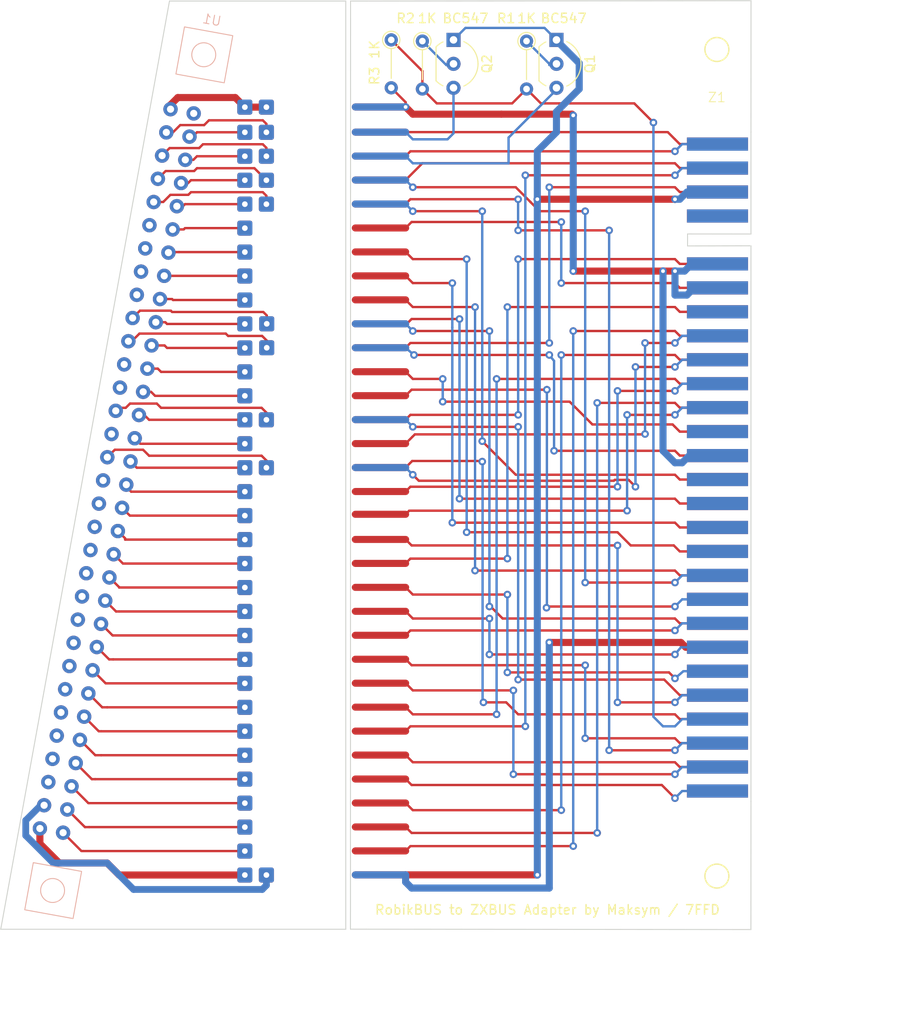
<source format=kicad_pcb>
(kicad_pcb (version 20221018) (generator pcbnew)
  (layers (0 "F.Cu" signal) (31 "B.Cu" signal) (34 "B.Paste" user) (35 "F.Paste" user) (36 "B.SilkS" user "B.Silkscreen") (37 "F.SilkS" user "F.Silkscreen") (38 "B.Mask" user) (39 "F.Mask" user) (44 "Edge.Cuts" user))
  (net 0 "")
  (net 1 "/+5V")
  (net 2 "Net-(Q1-B)")
  (net 3 "Net-(Q1-E)")
  (net 4 "Net-(Q2-B)")
  (net 5 "Net-(Q2-E)")
  (net 6 "/GND")
  (net 7 "/{slash}ROMCS")
  (net 8 "/+12V")
  (net 23 "/A1")
  (net 25 "/{slash}M1")
  (net 28 "/{slash}NMI")
  (net 29 "/{slash}WAIT")
  (net 34 "/{slash}HALT")
  (net 35 "/{slash}BUSRQ")
  (net 36 "/D6")
  (net 37 "/D4")
  (net 38 "/D5")
  (net 39 "/A11")
  (net 40 "/A10")
  (net 41 "/A12")
  (net 42 "/D3")
  (net 43 "/A9")
  (net 44 "/A8")
  (net 45 "/A7")
  (net 46 "/A6")
  (net 47 "/A5")
  (net 48 "/D2")
  (net 49 "/A4")
  (net 50 "/A3")
  (net 51 "/A2")
  (net 52 "/{slash}RFSH")
  (net 53 "/A0")
  (net 54 "/D0")
  (net 55 "/{slash}RES")
  (net 56 "/{slash}INT")
  (net 57 "/D7")
  (net 58 "/{slash}MREQ")
  (net 59 "/{slash}WR")
  (net 60 "/{slash}IORQ")
  (net 61 "/{slash}RD")
  (net 62 "/D1")
  (net 63 "/{slash}BUSACK")
  (net 64 "/A13")
  (net 65 "/A14")
  (net 66 "/A15")
  (footprint "RobikBUS:SolderWire-0.1sqmm_1x01_D0.4mm_OD1mm" (layer "F.Cu") (at 99.785 117.999)
    (fp_text reference "REF**" hide)
    (fp_text value "SolderWire-0.1sqmm_1x01_D0.4mm_OD1mm" hide)
  )
  (footprint "Resistor_THT:R_Axial_DIN0204_L3.6mm_D1.6mm_P5.08mm_Vertical" (layer "F.Cu") (at 129.667 44.831 -90)
    (fp_text reference "R1")
    (fp_text value "1K")
  )
  (footprint "RobikBUS:SolderWire-0.1sqmm_1x01_D0.4mm_OD1mm" (layer "F.Cu") (at 99.785 92.599)
    (fp_text reference "REF**" hide)
    (fp_text value "SolderWire-0.1sqmm_1x01_D0.4mm_OD1mm" hide)
  )
  (footprint "RobikBUS:SolderWire-0.1sqmm_1x01_D0.4mm_OD1mm" (layer "F.Cu") (at 99.785 57.039)
    (fp_text reference "REF**" hide)
    (fp_text value "SolderWire-0.1sqmm_1x01_D0.4mm_OD1mm" hide)
  )
  (footprint "RobikBUS:SolderWire-0.1sqmm_1x01_D0.4mm_OD1mm" (layer "F.Cu") (at 102.108 74.803)
    (fp_text reference "REF**" hide)
    (fp_text value "SolderWire-0.1sqmm_1x01_D0.4mm_OD1mm" hide)
  )
  (footprint "RobikBUS:SolderWire-0.1sqmm_1x01_D0.4mm_OD1mm" (layer "F.Cu") (at 102.071 133.239)
    (fp_text reference "REF**" hide)
    (fp_text value "SolderWire-0.1sqmm_1x01_D0.4mm_OD1mm" hide)
  )
  (footprint "RobikBUS:SolderWire-0.1sqmm_1x01_D0.4mm_OD1mm" (layer "F.Cu") (at 99.785 115.459)
    (fp_text reference "REF**" hide)
    (fp_text value "SolderWire-0.1sqmm_1x01_D0.4mm_OD1mm" hide)
  )
  (footprint "RobikBUS:SolderWire-0.1sqmm_1x01_D0.4mm_OD1mm" (layer "F.Cu") (at 99.785 102.759)
    (fp_text reference "REF**" hide)
    (fp_text value "SolderWire-0.1sqmm_1x01_D0.4mm_OD1mm" hide)
  )
  (footprint "RobikBUS:SolderWire-0.1sqmm_1x01_D0.4mm_OD1mm" (layer "F.Cu") (at 99.785 125.619)
    (fp_text reference "REF**" hide)
    (fp_text value "SolderWire-0.1sqmm_1x01_D0.4mm_OD1mm" hide)
  )
  (footprint "RobikBUS:SolderWire-0.1sqmm_1x01_D0.4mm_OD1mm" (layer "F.Cu") (at 99.785 62.119)
    (fp_text reference "REF**" hide)
    (fp_text value "SolderWire-0.1sqmm_1x01_D0.4mm_OD1mm" hide)
  )
  (footprint "Package_TO_SOT_THT:TO-92_Inline_Wide" (layer "F.Cu") (at 121.92 44.704 -90)
    (fp_text reference "Q2")
    (fp_text value "BC547")
  )
  (footprint "RobikBUS:SolderWire-0.1sqmm_1x01_D0.4mm_OD1mm" (layer "F.Cu") (at 99.785 107.839)
    (fp_text reference "REF**" hide)
    (fp_text value "SolderWire-0.1sqmm_1x01_D0.4mm_OD1mm" hide)
  )
  (footprint "RobikBUS:ZXBUS" (layer "F.Cu") (at 149.925 48.133)
    (fp_text reference "Z1")
    (fp_text value "ZXBUS")
    (fp_line (start -3.175 17.145) (end -3.175 18.415) (stroke (width 0.1)) (layer "Edge.Cuts"))
    (fp_line (start -3.175 18.415) (end 3.55 18.4) (stroke (width 0.1)) (layer "Edge.Cuts"))
    (fp_line (start 3.55 6.35) (end 3.55 17.15) (stroke (width 0.1)) (layer "Edge.Cuts"))
    (fp_line (start 3.55 17.15) (end -3.175 17.145) (stroke (width 0.1)) (layer "Edge.Cuts"))
    (fp_line (start 3.55 18.4) (end 3.55 77.3) (stroke (width 0.1)) (layer "Edge.Cuts"))
  )
  (footprint "RobikBUS:SolderWire-0.1sqmm_1x01_D0.4mm_OD1mm" (layer "F.Cu") (at 102.108 77.343)
    (fp_text reference "REF**" hide)
    (fp_text value "SolderWire-0.1sqmm_1x01_D0.4mm_OD1mm" hide)
  )
  (footprint "RobikBUS:SolderWire-0.1sqmm_1x01_D0.4mm_OD1mm" (layer "F.Cu") (at 99.785 82.439)
    (fp_text reference "REF**" hide)
    (fp_text value "SolderWire-0.1sqmm_1x01_D0.4mm_OD1mm" hide)
  )
  (footprint "RobikBUS:SolderWire-0.1sqmm_1x01_D0.4mm_OD1mm" (layer "F.Cu") (at 99.785 133.239)
    (fp_text reference "REF**" hide)
    (fp_text value "SolderWire-0.1sqmm_1x01_D0.4mm_OD1mm" hide)
  )
  (footprint "RobikBUS:SolderWire-0.1sqmm_1x01_D0.4mm_OD1mm" (layer "F.Cu") (at 99.785 105.299)
    (fp_text reference "REF**" hide)
    (fp_text value "SolderWire-0.1sqmm_1x01_D0.4mm_OD1mm" hide)
  )
  (footprint "RobikBUS:SolderWire-0.1sqmm_1x01_D0.4mm_OD1mm" (layer "F.Cu") (at 99.785 95.139)
    (fp_text reference "REF**" hide)
    (fp_text value "SolderWire-0.1sqmm_1x01_D0.4mm_OD1mm" hide)
  )
  (footprint "RobikBUS:SolderWire-0.1sqmm_1x01_D0.4mm_OD1mm" (layer "F.Cu") (at 99.785 51.832)
    (fp_text reference "REF**" hide)
    (fp_text value "SolderWire-0.1sqmm_1x01_D0.4mm_OD1mm" hide)
  )
  (footprint "RobikBUS:SolderWire-0.1sqmm_1x01_D0.4mm_OD1mm" (layer "F.Cu") (at 99.785 59.579)
    (fp_text reference "REF**" hide)
    (fp_text value "SolderWire-0.1sqmm_1x01_D0.4mm_OD1mm" hide)
  )
  (footprint "RobikBUS:SolderWire-0.1sqmm_1x01_D0.4mm_OD1mm" (layer "F.Cu") (at 102.071 54.499)
    (fp_text reference "REF**" hide)
    (fp_text value "SolderWire-0.1sqmm_1x01_D0.4mm_OD1mm" hide)
  )
  (footprint "RobikBUS:SolderWire-0.1sqmm_1x01_D0.4mm_OD1mm" (layer "F.Cu") (at 102.071 62.119)
    (fp_text reference "REF**" hide)
    (fp_text value "SolderWire-0.1sqmm_1x01_D0.4mm_OD1mm" hide)
  )
  (footprint "RobikBUS:SolderWire-0.1sqmm_1x01_D0.4mm_OD1mm" (layer "F.Cu") (at 99.785 128.159)
    (fp_text reference "REF**" hide)
    (fp_text value "SolderWire-0.1sqmm_1x01_D0.4mm_OD1mm" hide)
  )
  (footprint "RobikBUS:SolderWire-0.1sqmm_1x01_D0.4mm_OD1mm" (layer "F.Cu") (at 99.785 84.979)
    (fp_text reference "REF**" hide)
    (fp_text value "SolderWire-0.1sqmm_1x01_D0.4mm_OD1mm" hide)
  )
  (footprint "Resistor_THT:R_Axial_DIN0204_L3.6mm_D1.6mm_P5.08mm_Vertical" (layer "F.Cu") (at 115.316 44.704 -90)
    (fp_text reference "R3")
    (fp_text value "1K")
  )
  (footprint "RobikBUS:SolderWire-0.1sqmm_1x01_D0.4mm_OD1mm" (layer "F.Cu") (at 99.785 69.739)
    (fp_text reference "REF**" hide)
    (fp_text value "SolderWire-0.1sqmm_1x01_D0.4mm_OD1mm" hide)
  )
  (footprint "RobikBUS:SolderWire-0.1sqmm_1x01_D0.4mm_OD1mm" (layer "F.Cu") (at 99.785 79.899)
    (fp_text reference "REF**" hide)
    (fp_text value "SolderWire-0.1sqmm_1x01_D0.4mm_OD1mm" hide)
  )
  (footprint "RobikBUS:SolderWire-0.1sqmm_1x01_D0.4mm_OD1mm" (layer "F.Cu") (at 99.785 120.539)
    (fp_text reference "REF**" hide)
    (fp_text value "SolderWire-0.1sqmm_1x01_D0.4mm_OD1mm" hide)
  )
  (footprint "Package_TO_SOT_THT:TO-92_Inline_Wide" (layer "F.Cu") (at 132.842 44.704 -90)
    (fp_text reference "Q1")
    (fp_text value "BC547")
  )
  (footprint "RobikBUS:SolderWire-0.1sqmm_1x01_D0.4mm_OD1mm" (layer "F.Cu") (at 102.071 84.979)
    (fp_text reference "REF**" hide)
    (fp_text value "SolderWire-0.1sqmm_1x01_D0.4mm_OD1mm" hide)
  )
  (footprint "RobikBUS:SolderWire-0.1sqmm_1x01_D0.4mm_OD1mm" (layer "F.Cu") (at 102.071 51.832)
    (fp_text reference "REF**" hide)
    (fp_text value "SolderWire-0.1sqmm_1x01_D0.4mm_OD1mm" hide)
  )
  (footprint "Resistor_THT:R_Axial_DIN0204_L3.6mm_D1.6mm_P5.08mm_Vertical" (layer "F.Cu") (at 118.618 44.831 -90)
    (fp_text reference "R2")
    (fp_text value "1K")
  )
  (footprint "RobikBUS:SolderWire-0.1sqmm_1x01_D0.4mm_OD1mm" (layer "F.Cu") (at 99.785 67.199)
    (fp_text reference "REF**" hide)
    (fp_text value "SolderWire-0.1sqmm_1x01_D0.4mm_OD1mm" hide)
  )
  (footprint "RobikBUS:SolderWire-0.1sqmm_1x01_D0.4mm_OD1mm" (layer "F.Cu") (at 99.785 110.379)
    (fp_text reference "REF**" hide)
    (fp_text value "SolderWire-0.1sqmm_1x01_D0.4mm_OD1mm" hide)
  )
  (footprint "RobikBUS:SolderWire-0.1sqmm_1x01_D0.4mm_OD1mm" (layer "F.Cu") (at 99.785 97.679)
    (fp_text reference "REF**" hide)
    (fp_text value "SolderWire-0.1sqmm_1x01_D0.4mm_OD1mm" hide)
  )
  (footprint "RobikBUS:SolderWire-0.1sqmm_1x01_D0.4mm_OD1mm" (layer "F.Cu") (at 99.785 100.219)
    (fp_text reference "REF**" hide)
    (fp_text value "SolderWire-0.1sqmm_1x01_D0.4mm_OD1mm" hide)
  )
  (footprint "RobikBUS:SolderWire-0.1sqmm_1x01_D0.4mm_OD1mm" (layer "F.Cu") (at 99.785 72.279)
    (fp_text reference "REF**" hide)
    (fp_text value "SolderWire-0.1sqmm_1x01_D0.4mm_OD1mm" hide)
  )
  (footprint "RobikBUS:SolderWire-0.1sqmm_1x01_D0.4mm_OD1mm" (layer "F.Cu") (at 99.785 64.659)
    (fp_text reference "REF**" hide)
    (fp_text value "SolderWire-0.1sqmm_1x01_D0.4mm_OD1mm" hide)
  )
  (footprint "RobikBUS:SolderWire-0.1sqmm_1x01_D0.4mm_OD1mm" (layer "F.Cu") (at 99.785 77.359)
    (fp_text reference "REF**" hide)
    (fp_text value "SolderWire-0.1sqmm_1x01_D0.4mm_OD1mm" hide)
  )
  (footprint "RobikBUS:SolderWire-0.1sqmm_1x01_D0.4mm_OD1mm" (layer "F.Cu") (at 99.785 90.059)
    (fp_text reference "REF**" hide)
    (fp_text value "SolderWire-0.1sqmm_1x01_D0.4mm_OD1mm" hide)
  )
  (footprint "RobikBUS:SolderWire-0.1sqmm_1x01_D0.4mm_OD1mm" (layer "F.Cu") (at 99.785 123.079)
    (fp_text reference "REF**" hide)
    (fp_text value "SolderWire-0.1sqmm_1x01_D0.4mm_OD1mm" hide)
  )
  (footprint "RobikBUS:SolderWire-0.1sqmm_1x01_D0.4mm_OD1mm" (layer "F.Cu") (at 99.785 112.919)
    (fp_text reference "REF**" hide)
    (fp_text value "SolderWire-0.1sqmm_1x01_D0.4mm_OD1mm" hide)
  )
  (footprint "RobikBUS:SolderWire-0.1sqmm_1x01_D0.4mm_OD1mm" (layer "F.Cu") (at 102.071 59.579)
    (fp_text reference "REF**" hide)
    (fp_text value "SolderWire-0.1sqmm_1x01_D0.4mm_OD1mm" hide)
  )
  (footprint "RobikBUS:SolderWire-0.1sqmm_1x01_D0.4mm_OD1mm" (layer "F.Cu") (at 99.785 74.819)
    (fp_text reference "REF**" hide)
    (fp_text value "SolderWire-0.1sqmm_1x01_D0.4mm_OD1mm" hide)
  )
  (footprint "RobikBUS:SolderWire-0.1sqmm_1x01_D0.4mm_OD1mm" (layer "F.Cu") (at 99.785 130.699)
    (fp_text reference "REF**" hide)
    (fp_text value "SolderWire-0.1sqmm_1x01_D0.4mm_OD1mm" hide)
  )
  (footprint "RobikBUS:SolderWire-0.1sqmm_1x01_D0.4mm_OD1mm" (layer "F.Cu") (at 102.071 90.059)
    (fp_text reference "REF**" hide)
    (fp_text value "SolderWire-0.1sqmm_1x01_D0.4mm_OD1mm" hide)
  )
  (footprint "RobikBUS:SolderWire-0.1sqmm_1x01_D0.4mm_OD1mm" (layer "F.Cu") (at 99.785 87.519)
    (fp_text reference "REF**" hide)
    (fp_text value "SolderWire-0.1sqmm_1x01_D0.4mm_OD1mm" hide)
  )
  (footprint "RobikBUS:SolderWire-0.1sqmm_1x01_D0.4mm_OD1mm" (layer "F.Cu") (at 99.785 54.499)
    (fp_text reference "REF**" hide)
    (fp_text value "SolderWire-0.1sqmm_1x01_D0.4mm_OD1mm" hide)
  )
  (footprint "RobikBUS:SolderWire-0.1sqmm_1x01_D0.4mm_OD1mm" (layer "F.Cu") (at 102.071 57.039)
    (fp_text reference "REF**" hide)
    (fp_text value "SolderWire-0.1sqmm_1x01_D0.4mm_OD1mm" hide)
  )
  (footprint "RobikBUS:RobikBUS_VERT" (layer "B.Cu") (at 95.4265 46.279 -100.3)
    (fp_text reference "U1")
    (fp_text value "RobikBUS")
  )
  (gr_circle (center 149.86 133.35) (end 148.59 133.35) (stroke (width 0.15)) (fill none) (layer "F.SilkS"))
  (gr_circle (center 149.86 45.72) (end 148.59 45.72) (stroke (width 0.15)) (fill none) (layer "F.SilkS"))
  (gr_line (start 111 40.59) (end 153.48 40.55) (stroke (width 0.1)) (layer "Edge.Cuts"))
  (gr_line (start 153.48 40.55) (end 153.475 54.483) (stroke (width 0.1)) (layer "Edge.Cuts"))
  (gr_line (start 153.475 125.433) (end 153.47 139.02) (stroke (width 0.1)) (layer "Edge.Cuts"))
  (gr_line (start 110.49 40.589) (end 91.79 40.589) (stroke (width 0.1)) (layer "Edge.Cuts"))
  (gr_line (start 91.79 40.589) (end 73.89 138.989) (stroke (width 0.1)) (layer "Edge.Cuts"))
  (gr_line (start 110.49 40.589) (end 110.49 138.989) (stroke (width 0.1)) (layer "Edge.Cuts"))
  (gr_line (start 110.49 138.989) (end 73.89 138.989) (stroke (width 0.1)) (layer "Edge.Cuts"))
  (gr_line (start 111 40.59) (end 110.99 138.98) (stroke (width 0.1)) (layer "Edge.Cuts"))
  (gr_line (start 110.99 138.98) (end 153.47 139.02) (stroke (width 0.1)) (layer "Edge.Cuts"))
  (gr_text "RobikBUS to ZXBUS Adapter by Maksym / 7FFD" (at 113.5 137.51) (layer "F.SilkS") (effects (font (size 1 1)) (justify left bottom)))
  (segment (start 85.18 131.969) (end 86.45 133.239) (width 0.75) (layer "F.Cu") (net 1))
  (segment (start 78.04385 129.91285) (end 80.1 131.969) (width 0.75) (layer "F.Cu") (net 1))
  (segment (start 86.45 133.239) (end 99.785 133.239) (width 0.75) (layer "F.Cu") (net 1))
  (segment (start 78.04385 128.302753) (end 78.04385 129.91285) (width 0.75) (layer "F.Cu") (net 1))
  (segment (start 80.1 131.969) (end 85.18 131.969) (width 0.75) (layer "F.Cu") (net 1))
  (segment (start 111.506 133.223) (end 116.84 133.223) (width 0.75) (layer "F.Cu") (net 1))
  (segment (start 116.84 133.223) (end 130.81 133.223) (width 0.75) (layer "F.Cu") (net 1))
  (segment (start 145.415 61.595) (end 130.81 61.595) (width 0.75) (layer "F.Cu") (net 1))
  (via (at 130.81 133.223) (size 0.8) (drill 0.4) (layers "F.Cu" "B.Cu") (net 1))
  (via (at 145.415 61.595) (size 0.8) (drill 0.4) (layers "F.Cu" "B.Cu") (net 1))
  (via (at 130.81 61.595) (size 0.8) (drill 0.4) (layers "F.Cu" "B.Cu") (net 1))
  (segment (start 145.923 61.595) (end 146.685 60.833) (width 0.75) (layer "B.Cu") (net 1))
  (segment (start 132.842 44.704) (end 131.572 43.434) (width 0.25) (layer "B.Cu") (net 1))
  (segment (start 131.572 43.434) (end 123.19 43.434) (width 0.25) (layer "B.Cu") (net 1))
  (segment (start 132.842 52.324) (end 135.255 49.911) (width 0.75) (layer "B.Cu") (net 1))
  (segment (start 135.255 47.173) (end 132.913 44.831) (width 0.75) (layer "B.Cu") (net 1))
  (segment (start 145.415 61.595) (end 145.923 61.595) (width 0.75) (layer "B.Cu") (net 1))
  (segment (start 123.19 43.434) (end 121.92 44.704) (width 0.25) (layer "B.Cu") (net 1))
  (segment (start 135.255 49.911) (end 135.255 47.173) (width 0.75) (layer "B.Cu") (net 1))
  (segment (start 132.842 54.483) (end 132.842 52.324) (width 0.75) (layer "B.Cu") (net 1))
  (segment (start 130.81 61.595) (end 130.81 133.223) (width 0.75) (layer "B.Cu") (net 1))
  (segment (start 130.81 61.595) (end 130.81 56.515) (width 0.75) (layer "B.Cu") (net 1))
  (segment (start 146.685 60.833) (end 149.925 60.833) (width 0.25) (layer "B.Cu") (net 1))
  (segment (start 130.81 56.515) (end 132.842 54.483) (width 0.75) (layer "B.Cu") (net 1))
  (segment (start 132.207 47.371) (end 132.913 47.371) (width 0.25) (layer "B.Cu") (net 2))
  (segment (start 132.08 47.371) (end 132.913 47.371) (width 0.25) (layer "B.Cu") (net 2))
  (segment (start 129.667 44.831) (end 132.207 47.371) (width 0.25) (layer "B.Cu") (net 2))
  (segment (start 94.9336 56.1754) (end 95.34 55.769) (width 0.25) (layer "F.Cu") (net 3))
  (segment (start 101.69 55.769) (end 102.071 56.15) (width 0.25) (layer "F.Cu") (net 3))
  (segment (start 91.007011 56.971088) (end 91.802699 56.1754) (width 0.25) (layer "F.Cu") (net 3))
  (segment (start 95.34 55.769) (end 101.69 55.769) (width 0.25) (layer "F.Cu") (net 3))
  (segment (start 102.071 56.15) (end 102.071 57.039) (width 0.25) (layer "F.Cu") (net 3))
  (segment (start 91.802699 56.1754) (end 94.9336 56.1754) (width 0.25) (layer "F.Cu") (net 3))
  (segment (start 127.762 57.785) (end 127.762 55.062) (width 0.25) (layer "B.Cu") (net 3))
  (segment (start 117.602 57.785) (end 127.762 57.785) (width 0.25) (layer "B.Cu") (net 3))
  (segment (start 111.506 57.023) (end 116.84 57.023) (width 0.75) (layer "B.Cu") (net 3))
  (segment (start 116.84 57.023) (end 117.602 57.785) (width 0.25) (layer "B.Cu") (net 3))
  (segment (start 127.762 55.062) (end 132.913 49.911) (width 0.25) (layer "B.Cu") (net 3))
  (segment (start 121.158 47.371) (end 121.92 47.371) (width 0.25) (layer "B.Cu") (net 4))
  (segment (start 118.618 44.831) (end 121.158 47.371) (width 0.25) (layer "B.Cu") (net 4))
  (segment (start 95.467 53.737) (end 95.975 53.229) (width 0.25) (layer "F.Cu") (net 5))
  (segment (start 91.454017 54.511376) (end 92.152624 54.511376) (width 0.25) (layer "F.Cu") (net 5))
  (segment (start 92.927 53.737) (end 95.467 53.737) (width 0.25) (layer "F.Cu") (net 5))
  (segment (start 102.071 53.61) (end 102.071 54.499) (width 0.25) (layer "F.Cu") (net 5))
  (segment (start 95.975 53.229) (end 101.69 53.229) (width 0.25) (layer "F.Cu") (net 5))
  (segment (start 92.152624 54.511376) (end 92.927 53.737) (width 0.25) (layer "F.Cu") (net 5))
  (segment (start 101.69 53.229) (end 102.071 53.61) (width 0.25) (layer "F.Cu") (net 5))
  (segment (start 111.506 54.483) (end 116.84 54.483) (width 0.75) (layer "B.Cu") (net 5))
  (segment (start 117.602 55.245) (end 116.84 54.483) (width 0.25) (layer "B.Cu") (net 5))
  (segment (start 121.92 54.61) (end 121.285 55.245) (width 0.25) (layer "B.Cu") (net 5))
  (segment (start 121.285 55.245) (end 117.602 55.245) (width 0.25) (layer "B.Cu") (net 5))
  (segment (start 121.285 49.911) (end 121.92 49.911) (width 0.25) (layer "B.Cu") (net 5))
  (segment (start 121.92 49.911) (end 121.92 54.61) (width 0.25) (layer "B.Cu") (net 5))
  (segment (start 134.493 52.578) (end 134.62 52.705) (width 0.75) (layer "F.Cu") (net 6))
  (segment (start 127 52.578) (end 134.493 52.578) (width 0.75) (layer "F.Cu") (net 6))
  (segment (start 144.145 69.215) (end 134.62 69.215) (width 0.75) (layer "F.Cu") (net 6))
  (segment (start 145.415 69.215) (end 144.145 69.215) (width 0.75) (layer "F.Cu") (net 6))
  (segment (start 116.84 51.816) (end 117.602 52.578) (width 0.75) (layer "F.Cu") (net 6))
  (segment (start 98.769 50.816) (end 99.785 51.832) (width 0.75) (layer "F.Cu") (net 6))
  (segment (start 99.785 51.832) (end 102.071 51.832) (width 0.75) (layer "F.Cu") (net 6))
  (segment (start 115.316 49.784) (end 116.84 51.308) (width 0.25) (layer "F.Cu") (net 6))
  (segment (start 92.673 50.816) (end 98.769 50.816) (width 0.75) (layer "F.Cu") (net 6))
  (segment (start 91.901022 52.051663) (end 91.901022 51.587978) (width 0.75) (layer "F.Cu") (net 6))
  (segment (start 111.506 51.816) (end 116.84 51.816) (width 0.75) (layer "F.Cu") (net 6))
  (segment (start 117.602 52.578) (end 127 52.578) (width 0.75) (layer "F.Cu") (net 6))
  (segment (start 116.84 51.308) (end 116.84 51.816) (width 0.25) (layer "F.Cu") (net 6))
  (segment (start 91.901022 51.587978) (end 92.673 50.816) (width 0.75) (layer "F.Cu") (net 6))
  (via (at 134.62 69.215) (size 0.8) (drill 0.4) (layers "F.Cu" "B.Cu") (net 6))
  (via (at 145.415 69.215) (size 0.8) (drill 0.4) (layers "F.Cu" "B.Cu") (net 6))
  (via (at 134.62 52.705) (size 0.8) (drill 0.4) (layers "F.Cu" "B.Cu") (net 6))
  (via (at 144.145 69.215) (size 0.8) (drill 0.4) (layers "F.Cu" "B.Cu") (net 6))
  (via (at 116.84 51.816) (size 0.8) (drill 0.4) (layers "F.Cu" "B.Cu") (net 6))
  (segment (start 144.145 88.265) (end 145.415 89.535) (width 0.75) (layer "B.Cu") (net 6))
  (segment (start 147.32 70.993) (end 149.925 70.993) (width 0.75) (layer "B.Cu") (net 6))
  (segment (start 149.925 70.993) (end 147.447 70.993) (width 0.25) (layer "B.Cu") (net 6))
  (segment (start 144.145 69.215) (end 144.145 88.265) (width 0.75) (layer "B.Cu") (net 6))
  (segment (start 149.925 68.453) (end 147.193 68.453) (width 0.25) (layer "B.Cu") (net 6))
  (segment (start 111.506 51.816) (end 116.84 51.816) (width 0.75) (layer "B.Cu") (net 6))
  (segment (start 146.685 71.755) (end 145.415 71.755) (width 0.75) (layer "B.Cu") (net 6))
  (segment (start 146.939 88.773) (end 146.177 89.535) (width 0.75) (layer "B.Cu") (net 6))
  (segment (start 146.431 69.215) (end 145.415 69.215) (width 0.75) (layer "B.Cu") (net 6))
  (segment (start 145.415 69.215) (end 145.415 71.755) (width 0.75) (layer "B.Cu") (net 6))
  (segment (start 147.447 70.993) (end 146.685 71.755) (width 0.75) (layer "B.Cu") (net 6))
  (segment (start 147.193 68.453) (end 146.431 69.215) (width 0.75) (layer "B.Cu") (net 6))
  (segment (start 149.925 88.773) (end 146.939 88.773) (width 0.25) (layer "B.Cu") (net 6))
  (segment (start 134.62 69.215) (end 134.62 52.705) (width 0.75) (layer "B.Cu") (net 6))
  (segment (start 146.177 89.535) (end 145.415 89.535) (width 0.75) (layer "B.Cu") (net 6))
  (segment (start 128.143 51.435) (end 129.667 49.911) (width 0.25) (layer "F.Cu") (net 7))
  (segment (start 129.667 49.911) (end 131.191 51.435) (width 0.25) (layer "F.Cu") (net 7))
  (segment (start 120.142 51.435) (end 128.143 51.435) (width 0.25) (layer "F.Cu") (net 7))
  (segment (start 115.316 44.704) (end 118.618 48.006) (width 0.25) (layer "F.Cu") (net 7))
  (segment (start 118.618 48.006) (end 118.618 49.911) (width 0.25) (layer "F.Cu") (net 7))
  (segment (start 118.618 49.911) (end 120.142 51.435) (width 0.25) (layer "F.Cu") (net 7))
  (segment (start 141.097 51.435) (end 143.129 53.467) (width 0.25) (layer "F.Cu") (net 7))
  (segment (start 131.191 51.435) (end 141.097 51.435) (width 0.25) (layer "F.Cu") (net 7))
  (via (at 143.129 53.467) (size 0.8) (drill 0.4) (layers "F.Cu" "B.Cu") (net 7))
  (segment (start 144.145 117.475) (end 145.415 117.475) (width 0.25) (layer "B.Cu") (net 7))
  (segment (start 149.925 116.713) (end 146.177 116.713) (width 0.25) (layer "B.Cu") (net 7))
  (segment (start 143.129 116.459) (end 144.145 117.475) (width 0.25) (layer "B.Cu") (net 7))
  (segment (start 143.129 53.467) (end 143.129 116.459) (width 0.25) (layer "B.Cu") (net 7))
  (segment (start 146.177 116.713) (end 145.415 117.475) (width 0.25) (layer "B.Cu") (net 7))
  (segment (start 146.558 109.093) (end 149.925 109.093) (width 0.75) (layer "F.Cu") (net 8))
  (segment (start 132.08 108.585) (end 146.05 108.585) (width 0.75) (layer "F.Cu") (net 8))
  (segment (start 146.05 108.585) (end 146.558 109.093) (width 0.75) (layer "F.Cu") (net 8))
  (via (at 132.08 108.585) (size 0.8) (drill 0.4) (layers "F.Cu" "B.Cu") (net 8))
  (segment (start 132.08 108.585) (end 132.08 134.62) (width 0.75) (layer "B.Cu") (net 8))
  (segment (start 132.08 134.62) (end 117.475 134.62) (width 0.75) (layer "B.Cu") (net 8))
  (segment (start 85.18 131.969) (end 87.981 134.77) (width 0.72) (layer "B.Cu") (net 8))
  (segment (start 87.981 134.77) (end 101.63 134.77) (width 0.72) (layer "B.Cu") (net 8))
  (segment (start 76.544 129.048) (end 79.465 131.969) (width 0.72) (layer "B.Cu") (net 8))
  (segment (start 101.63 134.77) (end 102.071 134.329) (width 0.72) (layer "B.Cu") (net 8))
  (segment (start 78.148809 125.843041) (end 76.544 127.44785) (width 0.72) (layer "B.Cu") (net 8))
  (segment (start 78.490856 125.843041) (end 78.148809 125.843041) (width 0.72) (layer "B.Cu") (net 8))
  (segment (start 79.465 131.969) (end 85.18 131.969) (width 0.72) (layer "B.Cu") (net 8))
  (segment (start 102.071 134.329) (end 102.071 133.239) (width 0.72) (layer "B.Cu") (net 8))
  (segment (start 116.84 133.985) (end 116.84 133.223) (width 0.75) (layer "B.Cu") (net 8))
  (segment (start 76.544 127.44785) (end 76.544 129.048) (width 0.72) (layer "B.Cu") (net 8))
  (segment (start 117.475 134.62) (end 116.84 133.985) (width 0.75) (layer "B.Cu") (net 8))
  (segment (start 116.84 133.223) (end 111.506 133.223) (width 0.75) (layer "B.Cu") (net 8))
  (segment (start 118.237 91.44) (end 138.928695 91.44) (width 0.25) (layer "F.Cu") (net 23))
  (segment (start 140.499 91.35) (end 141.224 92.075) (width 0.25) (layer "F.Cu") (net 23))
  (segment (start 85.989291 88.154) (end 88.99 88.154) (width 0.25) (layer "F.Cu") (net 23))
  (segment (start 139.018695 91.35) (end 140.499 91.35) (width 0.25) (layer "F.Cu") (net 23))
  (segment (start 145.415 79.375) (end 141.224 79.375) (width 0.25) (layer "F.Cu") (net 23))
  (segment (start 89.625 88.789) (end 101.563 88.789) (width 0.25) (layer "F.Cu") (net 23))
  (segment (start 101.563 88.789) (end 102.071 89.297) (width 0.25) (layer "F.Cu") (net 23))
  (segment (start 102.071 89.297) (end 102.071 90.059) (width 0.25) (layer "F.Cu") (net 23))
  (segment (start 85.195939 88.947352) (end 85.989291 88.154) (width 0.25) (layer "F.Cu") (net 23))
  (segment (start 138.928695 91.44) (end 139.018695 91.35) (width 0.25) (layer "F.Cu") (net 23))
  (segment (start 88.99 88.154) (end 89.625 88.789) (width 0.25) (layer "F.Cu") (net 23))
  (segment (start 117.602 90.805) (end 118.237 91.44) (width 0.25) (layer "F.Cu") (net 23))
  (via (at 141.224 92.075) (size 0.8) (drill 0.4) (layers "F.Cu" "B.Cu") (net 23))
  (via (at 141.224 79.375) (size 0.8) (drill 0.4) (layers "F.Cu" "B.Cu") (net 23))
  (via (at 117.602 90.805) (size 0.8) (drill 0.4) (layers "F.Cu" "B.Cu") (net 23))
  (via (at 145.415 79.375) (size 0.8) (drill 0.4) (layers "F.Cu" "B.Cu") (net 23))
  (segment (start 146.177 78.613) (end 149.925 78.613) (width 0.25) (layer "B.Cu") (net 23))
  (segment (start 116.84 90.043) (end 117.602 90.805) (width 0.25) (layer "B.Cu") (net 23))
  (segment (start 146.177 78.613) (end 145.415 79.375) (width 0.25) (layer "B.Cu") (net 23))
  (segment (start 111.506 90.043) (end 116.84 90.043) (width 0.75) (layer "B.Cu") (net 23))
  (segment (start 141.224 92.075) (end 141.224 79.375) (width 0.25) (layer "B.Cu") (net 23))
  (segment (start 90.895 83.709) (end 101.563 83.709) (width 0.25) (layer "F.Cu") (net 25))
  (segment (start 128.778 112.522) (end 144.272 112.522) (width 0.25) (layer "F.Cu") (net 25))
  (segment (start 86.408877 83.709) (end 87.151 83.709) (width 0.25) (layer "F.Cu") (net 25))
  (segment (start 101.563 83.709) (end 102.071 84.217) (width 0.25) (layer "F.Cu") (net 25))
  (segment (start 87.151 83.709) (end 87.6 83.26) (width 0.25) (layer "F.Cu") (net 25))
  (segment (start 102.071 84.217) (end 102.071 84.979) (width 0.25) (layer "F.Cu") (net 25))
  (segment (start 90.446 83.26) (end 90.895 83.709) (width 0.25) (layer "F.Cu") (net 25))
  (segment (start 144.272 112.522) (end 145.415 113.665) (width 0.25) (layer "F.Cu") (net 25))
  (segment (start 117.602 85.725) (end 128.778 85.725) (width 0.25) (layer "F.Cu") (net 25))
  (segment (start 149.925 114.173) (end 145.923 114.173) (width 0.25) (layer "F.Cu") (net 25))
  (segment (start 86.08995 84.027927) (end 86.408877 83.709) (width 0.25) (layer "F.Cu") (net 25))
  (segment (start 87.6 83.26) (end 90.446 83.26) (width 0.25) (layer "F.Cu") (net 25))
  (segment (start 145.923 114.173) (end 145.415 113.665) (width 0.25) (layer "F.Cu") (net 25))
  (via (at 117.602 85.725) (size 0.8) (drill 0.4) (layers "F.Cu" "B.Cu") (net 25))
  (via (at 128.778 85.725) (size 0.8) (drill 0.4) (layers "F.Cu" "B.Cu") (net 25))
  (via (at 128.778 112.522) (size 0.8) (drill 0.4) (layers "F.Cu" "B.Cu") (net 25))
  (segment (start 111.506 84.963) (end 116.84 84.963) (width 0.75) (layer "B.Cu") (net 25))
  (segment (start 128.778 85.725) (end 128.778 112.522) (width 0.25) (layer "B.Cu") (net 25))
  (segment (start 116.84 84.963) (end 117.602 85.725) (width 0.25) (layer "B.Cu") (net 25))
  (segment (start 117.729 78.105) (end 132.08 78.105) (width 0.25) (layer "F.Cu") (net 28))
  (segment (start 87.795211 76.648789) (end 88.604 75.84) (width 0.25) (layer "F.Cu") (net 28))
  (segment (start 145.923 88.773) (end 145.415 88.265) (width 0.25) (layer "F.Cu") (net 28))
  (segment (start 102.108 76.581) (end 102.108 77.343) (width 0.25) (layer "F.Cu") (net 28))
  (segment (start 97.76 75.84) (end 98.009 76.089) (width 0.25) (layer "F.Cu") (net 28))
  (segment (start 98.009 76.089) (end 101.616 76.089) (width 0.25) (layer "F.Cu") (net 28))
  (segment (start 145.415 88.265) (end 132.588 88.265) (width 0.25) (layer "F.Cu") (net 28))
  (segment (start 101.616 76.089) (end 102.108 76.581) (width 0.25) (layer "F.Cu") (net 28))
  (segment (start 87.430967 76.648789) (end 87.795211 76.648789) (width 0.25) (layer "F.Cu") (net 28))
  (segment (start 88.604 75.84) (end 97.76 75.84) (width 0.25) (layer "F.Cu") (net 28))
  (segment (start 149.925 88.773) (end 145.923 88.773) (width 0.25) (layer "F.Cu") (net 28))
  (via (at 117.729 78.105) (size 0.8) (drill 0.4) (layers "F.Cu" "B.Cu") (net 28))
  (via (at 132.588 88.265) (size 0.8) (drill 0.4) (layers "F.Cu" "B.Cu") (net 28))
  (via (at 132.08 78.105) (size 0.8) (drill 0.4) (layers "F.Cu" "B.Cu") (net 28))
  (segment (start 116.84 77.343) (end 117.729 78.105) (width 0.25) (layer "B.Cu") (net 28))
  (segment (start 132.588 88.265) (end 132.588 78.74) (width 0.25) (layer "B.Cu") (net 28))
  (segment (start 132.588 78.74) (end 132.08 78.105) (width 0.25) (layer "B.Cu") (net 28))
  (segment (start 111.506 77.343) (end 116.84 77.343) (width 0.75) (layer "B.Cu") (net 28))
  (segment (start 87.877972 74.189076) (end 88.663048 73.404) (width 0.25) (layer "F.Cu") (net 29))
  (segment (start 149.925 106.553) (end 145.923 106.553) (width 0.25) (layer "F.Cu") (net 29))
  (segment (start 101.743 73.549) (end 92.069 73.549) (width 0.25) (layer "F.Cu") (net 29))
  (segment (start 117.602 75.565) (end 125.73 75.565) (width 0.25) (layer "F.Cu") (net 29))
  (segment (start 88.669048 73.41) (end 88.663048 73.404) (width 0.25) (layer "F.Cu") (net 29))
  (segment (start 102.108 73.914) (end 102.108 74.803) (width 0.25) (layer "F.Cu") (net 29))
  (segment (start 127.127 106.045) (end 125.857 104.775) (width 0.25) (layer "F.Cu") (net 29))
  (segment (start 92.069 73.549) (end 91.93 73.41) (width 0.25) (layer "F.Cu") (net 29))
  (segment (start 125.857 104.775) (end 125.73 104.775) (width 0.25) (layer "F.Cu") (net 29))
  (segment (start 145.923 106.553) (end 145.415 106.045) (width 0.25) (layer "F.Cu") (net 29))
  (segment (start 145.415 106.045) (end 127.127 106.045) (width 0.25) (layer "F.Cu") (net 29))
  (segment (start 101.743 73.549) (end 102.108 73.914) (width 0.25) (layer "F.Cu") (net 29))
  (segment (start 91.93 73.41) (end 88.669048 73.41) (width 0.25) (layer "F.Cu") (net 29))
  (via (at 117.602 75.565) (size 0.8) (drill 0.4) (layers "F.Cu" "B.Cu") (net 29))
  (via (at 125.73 104.775) (size 0.8) (drill 0.4) (layers "F.Cu" "B.Cu") (net 29))
  (via (at 125.73 75.565) (size 0.8) (drill 0.4) (layers "F.Cu" "B.Cu") (net 29))
  (segment (start 125.73 104.775) (end 125.73 75.565) (width 0.25) (layer "B.Cu") (net 29))
  (segment (start 116.84 74.803) (end 117.602 75.565) (width 0.25) (layer "B.Cu") (net 29))
  (segment (start 111.506 74.803) (end 116.84 74.803) (width 0.75) (layer "B.Cu") (net 29))
  (segment (start 128.524 90.805) (end 124.968 87.249) (width 0.25) (layer "F.Cu") (net 34))
  (segment (start 101.69 60.849) (end 102.071 61.23) (width 0.25) (layer "F.Cu") (net 34))
  (segment (start 149.925 91.313) (end 145.923 91.313) (width 0.25) (layer "F.Cu") (net 34))
  (segment (start 91.123487 61.890513) (end 91.884 61.13) (width 0.25) (layer "F.Cu") (net 34))
  (segment (start 145.415 90.805) (end 128.524 90.805) (width 0.25) (layer "F.Cu") (net 34))
  (segment (start 93.789 61.13) (end 94.07 60.849) (width 0.25) (layer "F.Cu") (net 34))
  (segment (start 90.113 61.890513) (end 91.123487 61.890513) (width 0.25) (layer "F.Cu") (net 34))
  (segment (start 145.923 91.313) (end 145.415 90.805) (width 0.25) (layer "F.Cu") (net 34))
  (segment (start 94.07 60.849) (end 101.69 60.849) (width 0.25) (layer "F.Cu") (net 34))
  (segment (start 102.071 61.23) (end 102.071 62.119) (width 0.25) (layer "F.Cu") (net 34))
  (segment (start 117.602 62.865) (end 124.968 62.865) (width 0.25) (layer "F.Cu") (net 34))
  (segment (start 91.884 61.13) (end 93.789 61.13) (width 0.25) (layer "F.Cu") (net 34))
  (via (at 117.602 62.865) (size 0.8) (drill 0.4) (layers "F.Cu" "B.Cu") (net 34))
  (via (at 124.968 62.865) (size 0.8) (drill 0.4) (layers "F.Cu" "B.Cu") (net 34))
  (via (at 124.968 87.249) (size 0.8) (drill 0.4) (layers "F.Cu" "B.Cu") (net 34))
  (segment (start 116.84 62.103) (end 117.602 62.865) (width 0.25) (layer "B.Cu") (net 34))
  (segment (start 111.506 62.103) (end 116.84 62.103) (width 0.75) (layer "B.Cu") (net 34))
  (segment (start 124.968 87.249) (end 124.968 62.865) (width 0.25) (layer "B.Cu") (net 34))
  (segment (start 94.404 58.61) (end 94.705 58.309) (width 0.25) (layer "F.Cu") (net 35))
  (segment (start 130.085 61.895305) (end 130.085 61.886) (width 0.25) (layer "F.Cu") (net 35))
  (segment (start 128.524 60.325) (end 117.602 60.325) (width 0.25) (layer "F.Cu") (net 35))
  (segment (start 130.085 61.886) (end 128.524 60.325) (width 0.25) (layer "F.Cu") (net 35))
  (segment (start 135.89 62.865) (end 131.054695 62.865) (width 0.25) (layer "F.Cu") (net 35))
  (segment (start 91.380807 58.61) (end 94.404 58.61) (width 0.25) (layer "F.Cu") (net 35))
  (segment (start 145.415 102.235) (end 135.89 102.235) (width 0.25) (layer "F.Cu") (net 35))
  (segment (start 94.705 58.309) (end 100.801 58.309) (width 0.25) (layer "F.Cu") (net 35))
  (segment (start 100.801 58.309) (end 102.071 59.579) (width 0.25) (layer "F.Cu") (net 35))
  (segment (start 90.560006 59.430801) (end 91.380807 58.61) (width 0.25) (layer "F.Cu") (net 35))
  (segment (start 131.054695 62.865) (end 130.085 61.895305) (width 0.25) (layer "F.Cu") (net 35))
  (via (at 135.89 62.865) (size 0.8) (drill 0.4) (layers "F.Cu" "B.Cu") (net 35))
  (via (at 135.89 102.235) (size 0.8) (drill 0.4) (layers "F.Cu" "B.Cu") (net 35))
  (via (at 145.415 102.235) (size 0.8) (drill 0.4) (layers "F.Cu" "B.Cu") (net 35))
  (via (at 117.602 60.325) (size 0.8) (drill 0.4) (layers "F.Cu" "B.Cu") (net 35))
  (segment (start 135.89 102.235) (end 135.89 62.865) (width 0.25) (layer "B.Cu") (net 35))
  (segment (start 111.506 59.563) (end 116.84 59.563) (width 0.75) (layer "B.Cu") (net 35))
  (segment (start 149.925 101.473) (end 146.177 101.473) (width 0.25) (layer "B.Cu") (net 35))
  (segment (start 116.84 59.563) (end 117.602 60.325) (width 0.25) (layer "B.Cu") (net 35))
  (segment (start 146.177 101.473) (end 145.415 102.235) (width 0.25) (layer "B.Cu") (net 35))
  (segment (start 111.506 130.683) (end 116.84 130.683) (width 0.75) (layer "F.Cu") (net 36))
  (segment (start 145.923 76.073) (end 145.415 75.565) (width 0.25) (layer "F.Cu") (net 36))
  (segment (start 116.84 130.683) (end 117.348 130.175) (width 0.25) (layer "F.Cu") (net 36))
  (segment (start 117.348 130.175) (end 134.62 130.175) (width 0.25) (layer "F.Cu") (net 36))
  (segment (start 149.925 76.073) (end 145.923 76.073) (width 0.25) (layer "F.Cu") (net 36))
  (segment (start 82.452804 130.699) (end 82.64 130.699) (width 0.25) (layer "F.Cu") (net 36))
  (segment (start 82.64 130.699) (end 99.785 130.699) (width 0.25) (layer "F.Cu") (net 36))
  (segment (start 80.503563 128.749759) (end 82.452804 130.699) (width 0.25) (layer "F.Cu") (net 36))
  (segment (start 134.62 75.565) (end 145.415 75.565) (width 0.25) (layer "F.Cu") (net 36))
  (via (at 134.62 130.175) (size 0.8) (drill 0.4) (layers "F.Cu" "B.Cu") (net 36))
  (via (at 134.62 75.565) (size 0.8) (drill 0.4) (layers "F.Cu" "B.Cu") (net 36))
  (segment (start 134.62 130.175) (end 134.62 75.565) (width 0.25) (layer "B.Cu") (net 36))
  (segment (start 83.275 128.159) (end 99.785 128.159) (width 0.25) (layer "F.Cu") (net 37))
  (segment (start 149.925 83.693) (end 145.923 83.693) (width 0.25) (layer "F.Cu") (net 37))
  (segment (start 111.506 128.143) (end 116.84 128.143) (width 0.75) (layer "F.Cu") (net 37))
  (segment (start 145.415 83.185) (end 137.16 83.185) (width 0.25) (layer "F.Cu") (net 37))
  (segment (start 145.923 83.693) (end 145.415 83.185) (width 0.25) (layer "F.Cu") (net 37))
  (segment (start 80.950569 126.290046) (end 82.819523 128.159) (width 0.25) (layer "F.Cu") (net 37))
  (segment (start 116.84 128.143) (end 117.475 128.778) (width 0.25) (layer "F.Cu") (net 37))
  (segment (start 117.475 128.778) (end 137.16 128.778) (width 0.25) (layer "F.Cu") (net 37))
  (segment (start 82.819523 128.159) (end 83.275 128.159) (width 0.25) (layer "F.Cu") (net 37))
  (via (at 137.16 83.185) (size 0.8) (drill 0.4) (layers "F.Cu" "B.Cu") (net 37))
  (via (at 137.16 128.778) (size 0.8) (drill 0.4) (layers "F.Cu" "B.Cu") (net 37))
  (segment (start 137.16 128.778) (end 137.16 83.185) (width 0.25) (layer "B.Cu") (net 37))
  (segment (start 145.923 78.613) (end 145.415 78.105) (width 0.25) (layer "F.Cu") (net 38))
  (segment (start 83.18624 125.619) (end 83.275 125.619) (width 0.25) (layer "F.Cu") (net 38))
  (segment (start 116.84 125.603) (end 117.602 126.365) (width 0.25) (layer "F.Cu") (net 38))
  (segment (start 117.602 126.365) (end 133.35 126.365) (width 0.25) (layer "F.Cu") (net 38))
  (segment (start 83.275 125.619) (end 99.785 125.619) (width 0.25) (layer "F.Cu") (net 38))
  (segment (start 111.506 125.603) (end 116.84 125.603) (width 0.75) (layer "F.Cu") (net 38))
  (segment (start 81.397574 123.830334) (end 83.18624 125.619) (width 0.25) (layer "F.Cu") (net 38))
  (segment (start 133.35 78.105) (end 145.415 78.105) (width 0.25) (layer "F.Cu") (net 38))
  (segment (start 149.925 78.613) (end 145.923 78.613) (width 0.25) (layer "F.Cu") (net 38))
  (via (at 133.35 78.105) (size 0.8) (drill 0.4) (layers "F.Cu" "B.Cu") (net 38))
  (via (at 133.35 126.365) (size 0.8) (drill 0.4) (layers "F.Cu" "B.Cu") (net 38))
  (segment (start 133.35 126.365) (end 133.35 78.105) (width 0.25) (layer "B.Cu") (net 38))
  (segment (start 83.91 123.079) (end 99.785 123.079) (width 0.25) (layer "F.Cu") (net 39))
  (segment (start 81.84458 121.370621) (end 83.552959 123.079) (width 0.25) (layer "F.Cu") (net 39))
  (segment (start 144.018 123.698) (end 145.415 125.095) (width 0.25) (layer "F.Cu") (net 39))
  (segment (start 83.552959 123.079) (end 83.91 123.079) (width 0.25) (layer "F.Cu") (net 39))
  (segment (start 111.506 123.063) (end 116.84 123.063) (width 0.75) (layer "F.Cu") (net 39))
  (segment (start 116.84 123.063) (end 117.475 123.698) (width 0.25) (layer "F.Cu") (net 39))
  (segment (start 117.475 123.698) (end 144.018 123.698) (width 0.25) (layer "F.Cu") (net 39))
  (via (at 145.415 125.095) (size 0.8) (drill 0.4) (layers "F.Cu" "B.Cu") (net 39))
  (segment (start 149.925 124.333) (end 146.177 124.333) (width 0.25) (layer "B.Cu") (net 39))
  (segment (start 146.177 124.333) (end 145.415 125.095) (width 0.25) (layer "B.Cu") (net 39))
  (segment (start 111.506 120.523) (end 116.84 120.523) (width 0.75) (layer "F.Cu") (net 40))
  (segment (start 145.923 121.793) (end 149.925 121.793) (width 0.25) (layer "F.Cu") (net 40))
  (segment (start 117.602 121.285) (end 145.415 121.285) (width 0.25) (layer "F.Cu") (net 40))
  (segment (start 83.919676 120.539) (end 84.545 120.539) (width 0.25) (layer "F.Cu") (net 40))
  (segment (start 84.545 120.539) (end 99.785 120.539) (width 0.25) (layer "F.Cu") (net 40))
  (segment (start 145.415 121.285) (end 145.923 121.793) (width 0.25) (layer "F.Cu") (net 40))
  (segment (start 116.84 120.523) (end 117.602 121.285) (width 0.25) (layer "F.Cu") (net 40))
  (segment (start 82.291585 118.910909) (end 83.919676 120.539) (width 0.25) (layer "F.Cu") (net 40))
  (segment (start 82.738591 116.451196) (end 84.286395 117.999) (width 0.25) (layer "F.Cu") (net 41))
  (segment (start 111.506 117.983) (end 116.84 117.983) (width 0.75) (layer "F.Cu") (net 41))
  (segment (start 129.54 117.475) (end 117.348 117.475) (width 0.25) (layer "F.Cu") (net 41))
  (segment (start 84.545 117.999) (end 99.785 117.999) (width 0.25) (layer "F.Cu") (net 41))
  (segment (start 145.415 59.055) (end 129.54 59.055) (width 0.25) (layer "F.Cu") (net 41))
  (segment (start 84.286395 117.999) (end 84.545 117.999) (width 0.25) (layer "F.Cu") (net 41))
  (segment (start 117.348 117.475) (end 116.84 117.983) (width 0.25) (layer "F.Cu") (net 41))
  (via (at 129.54 117.475) (size 0.8) (drill 0.4) (layers "F.Cu" "B.Cu") (net 41))
  (via (at 129.54 59.055) (size 0.8) (drill 0.4) (layers "F.Cu" "B.Cu") (net 41))
  (via (at 145.415 59.055) (size 0.8) (drill 0.4) (layers "F.Cu" "B.Cu") (net 41))
  (segment (start 129.54 59.055) (end 129.54 117.475) (width 0.25) (layer "B.Cu") (net 41))
  (segment (start 149.925 58.293) (end 146.177 58.293) (width 0.25) (layer "B.Cu") (net 41))
  (segment (start 146.177 58.293) (end 145.415 59.055) (width 0.25) (layer "B.Cu") (net 41))
  (segment (start 84.653113 115.459) (end 85.18 115.459) (width 0.25) (layer "F.Cu") (net 42))
  (segment (start 126.492 116.205) (end 117.602 116.205) (width 0.25) (layer "F.Cu") (net 42))
  (segment (start 83.185596 113.991483) (end 84.653113 115.459) (width 0.25) (layer "F.Cu") (net 42))
  (segment (start 85.18 115.459) (end 99.785 115.459) (width 0.25) (layer "F.Cu") (net 42))
  (segment (start 117.602 116.205) (end 116.84 115.443) (width 0.25) (layer "F.Cu") (net 42))
  (segment (start 145.923 81.153) (end 145.415 80.645) (width 0.25) (layer "F.Cu") (net 42))
  (segment (start 111.506 115.443) (end 116.84 115.443) (width 0.75) (layer "F.Cu") (net 42))
  (segment (start 149.925 81.153) (end 145.923 81.153) (width 0.25) (layer "F.Cu") (net 42))
  (segment (start 145.415 80.645) (end 126.492 80.645) (width 0.25) (layer "F.Cu") (net 42))
  (via (at 126.492 116.205) (size 0.8) (drill 0.4) (layers "F.Cu" "B.Cu") (net 42))
  (via (at 126.492 80.645) (size 0.8) (drill 0.4) (layers "F.Cu" "B.Cu") (net 42))
  (segment (start 126.492 80.645) (end 126.492 116.205) (width 0.25) (layer "B.Cu") (net 42))
  (segment (start 117.602 113.665) (end 116.84 112.903) (width 0.25) (layer "F.Cu") (net 43))
  (segment (start 145.415 122.555) (end 128.27 122.555) (width 0.25) (layer "F.Cu") (net 43))
  (segment (start 111.506 112.903) (end 116.84 112.903) (width 0.75) (layer "F.Cu") (net 43))
  (segment (start 128.27 113.665) (end 117.602 113.665) (width 0.25) (layer "F.Cu") (net 43))
  (segment (start 83.632602 111.531771) (end 85.019831 112.919) (width 0.25) (layer "F.Cu") (net 43))
  (segment (start 85.019831 112.919) (end 85.18 112.919) (width 0.25) (layer "F.Cu") (net 43))
  (segment (start 85.18 112.919) (end 99.785 112.919) (width 0.25) (layer "F.Cu") (net 43))
  (via (at 128.27 122.555) (size 0.8) (drill 0.4) (layers "F.Cu" "B.Cu") (net 43))
  (via (at 128.27 113.665) (size 0.8) (drill 0.4) (layers "F.Cu" "B.Cu") (net 43))
  (via (at 145.415 122.555) (size 0.8) (drill 0.4) (layers "F.Cu" "B.Cu") (net 43))
  (segment (start 146.177 121.793) (end 145.415 122.555) (width 0.25) (layer "B.Cu") (net 43))
  (segment (start 128.27 122.555) (end 128.27 113.665) (width 0.25) (layer "B.Cu") (net 43))
  (segment (start 149.925 121.793) (end 146.177 121.793) (width 0.25) (layer "B.Cu") (net 43))
  (segment (start 85.386549 110.379) (end 85.815 110.379) (width 0.25) (layer "F.Cu") (net 44))
  (segment (start 117.475 110.998) (end 135.89 110.998) (width 0.25) (layer "F.Cu") (net 44))
  (segment (start 149.925 119.253) (end 145.923 119.253) (width 0.25) (layer "F.Cu") (net 44))
  (segment (start 84.079607 109.072058) (end 85.386549 110.379) (width 0.25) (layer "F.Cu") (net 44))
  (segment (start 85.815 110.379) (end 99.785 110.379) (width 0.25) (layer "F.Cu") (net 44))
  (segment (start 111.506 110.363) (end 116.84 110.363) (width 0.75) (layer "F.Cu") (net 44))
  (segment (start 116.84 110.363) (end 117.475 110.998) (width 0.25) (layer "F.Cu") (net 44))
  (segment (start 145.923 119.253) (end 145.415 118.745) (width 0.25) (layer "F.Cu") (net 44))
  (segment (start 145.415 118.745) (end 135.89 118.745) (width 0.25) (layer "F.Cu") (net 44))
  (via (at 135.89 118.745) (size 0.8) (drill 0.4) (layers "F.Cu" "B.Cu") (net 44))
  (via (at 135.89 110.998) (size 0.8) (drill 0.4) (layers "F.Cu" "B.Cu") (net 44))
  (segment (start 135.89 110.998) (end 135.89 118.745) (width 0.25) (layer "B.Cu") (net 44))
  (segment (start 84.526613 106.612346) (end 85.753267 107.839) (width 0.25) (layer "F.Cu") (net 45))
  (segment (start 85.753267 107.839) (end 85.815 107.839) (width 0.25) (layer "F.Cu") (net 45))
  (segment (start 85.815 107.839) (end 99.785 107.839) (width 0.25) (layer "F.Cu") (net 45))
  (segment (start 117.348 107.315) (end 116.84 107.823) (width 0.25) (layer "F.Cu") (net 45))
  (segment (start 111.506 107.823) (end 116.84 107.823) (width 0.75) (layer "F.Cu") (net 45))
  (segment (start 145.415 107.315) (end 117.348 107.315) (width 0.25) (layer "F.Cu") (net 45))
  (via (at 145.415 107.315) (size 0.8) (drill 0.4) (layers "F.Cu" "B.Cu") (net 45))
  (segment (start 146.177 106.553) (end 145.415 107.315) (width 0.25) (layer "B.Cu") (net 45))
  (segment (start 149.925 106.553) (end 146.177 106.553) (width 0.25) (layer "B.Cu") (net 45))
  (segment (start 111.506 105.283) (end 116.84 105.283) (width 0.75) (layer "F.Cu") (net 46))
  (segment (start 145.415 109.855) (end 125.73 109.855) (width 0.25) (layer "F.Cu") (net 46))
  (segment (start 117.602 106.045) (end 116.84 105.283) (width 0.25) (layer "F.Cu") (net 46))
  (segment (start 86.45 105.299) (end 99.785 105.299) (width 0.25) (layer "F.Cu") (net 46))
  (segment (start 86.119985 105.299) (end 86.45 105.299) (width 0.25) (layer "F.Cu") (net 46))
  (segment (start 84.973618 104.152633) (end 86.119985 105.299) (width 0.25) (layer "F.Cu") (net 46))
  (segment (start 125.73 106.045) (end 117.602 106.045) (width 0.25) (layer "F.Cu") (net 46))
  (via (at 145.415 109.855) (size 0.8) (drill 0.4) (layers "F.Cu" "B.Cu") (net 46))
  (via (at 125.73 106.045) (size 0.8) (drill 0.4) (layers "F.Cu" "B.Cu") (net 46))
  (via (at 125.73 109.855) (size 0.8) (drill 0.4) (layers "F.Cu" "B.Cu") (net 46))
  (segment (start 125.73 109.855) (end 125.73 106.045) (width 0.25) (layer "B.Cu") (net 46))
  (segment (start 146.05 109.093) (end 145.415 109.855) (width 0.25) (layer "B.Cu") (net 46))
  (segment (start 149.925 109.093) (end 146.05 109.093) (width 0.25) (layer "B.Cu") (net 46))
  (segment (start 144.78 111.76) (end 127.635 111.76) (width 0.25) (layer "F.Cu") (net 47))
  (segment (start 116.84 102.743) (end 117.602 103.505) (width 0.25) (layer "F.Cu") (net 47))
  (segment (start 85.420624 101.69292) (end 86.45 102.722296) (width 0.25) (layer "F.Cu") (net 47))
  (segment (start 145.415 112.395) (end 144.78 111.76) (width 0.25) (layer "F.Cu") (net 47))
  (segment (start 117.602 103.505) (end 127.635 103.505) (width 0.25) (layer "F.Cu") (net 47))
  (segment (start 111.506 102.743) (end 116.84 102.743) (width 0.75) (layer "F.Cu") (net 47))
  (segment (start 86.45 102.722296) (end 86.45 102.759) (width 0.25) (layer "F.Cu") (net 47))
  (segment (start 86.45 102.759) (end 99.785 102.759) (width 0.25) (layer "F.Cu") (net 47))
  (via (at 127.635 103.505) (size 0.8) (drill 0.4) (layers "F.Cu" "B.Cu") (net 47))
  (via (at 145.415 112.395) (size 0.8) (drill 0.4) (layers "F.Cu" "B.Cu") (net 47))
  (via (at 127.635 111.76) (size 0.8) (drill 0.4) (layers "F.Cu" "B.Cu") (net 47))
  (segment (start 146.304 111.633) (end 145.415 112.395) (width 0.25) (layer "B.Cu") (net 47))
  (segment (start 127.635 103.505) (end 127.635 111.76) (width 0.25) (layer "B.Cu") (net 47))
  (segment (start 149.925 111.633) (end 146.304 111.633) (width 0.25) (layer "B.Cu") (net 47))
  (segment (start 145.923 73.533) (end 145.415 73.025) (width 0.25) (layer "F.Cu") (net 48))
  (segment (start 86.853422 100.219) (end 87.085 100.219) (width 0.25) (layer "F.Cu") (net 48))
  (segment (start 127.635 99.695) (end 117.348 99.695) (width 0.25) (layer "F.Cu") (net 48))
  (segment (start 145.415 73.025) (end 127.635 73.025) (width 0.25) (layer "F.Cu") (net 48))
  (segment (start 145.923 73.533) (end 149.925 73.533) (width 0.25) (layer "F.Cu") (net 48))
  (segment (start 85.86763 99.233208) (end 86.853422 100.219) (width 0.25) (layer "F.Cu") (net 48))
  (segment (start 117.348 99.695) (end 116.84 100.203) (width 0.25) (layer "F.Cu") (net 48))
  (segment (start 87.085 100.219) (end 99.785 100.219) (width 0.25) (layer "F.Cu") (net 48))
  (segment (start 111.506 100.203) (end 116.84 100.203) (width 0.75) (layer "F.Cu") (net 48))
  (via (at 127.635 73.025) (size 0.8) (drill 0.4) (layers "F.Cu" "B.Cu") (net 48))
  (via (at 127.635 99.695) (size 0.8) (drill 0.4) (layers "F.Cu" "B.Cu") (net 48))
  (segment (start 127.635 73.025) (end 127.635 99.695) (width 0.25) (layer "B.Cu") (net 48))
  (segment (start 116.84 97.663) (end 117.475 98.298) (width 0.25) (layer "F.Cu") (net 49))
  (segment (start 139.319 114.935) (end 145.415 114.935) (width 0.25) (layer "F.Cu") (net 49))
  (segment (start 117.475 98.298) (end 139.319 98.298) (width 0.25) (layer "F.Cu") (net 49))
  (segment (start 86.314635 96.773495) (end 87.085 97.54386) (width 0.25) (layer "F.Cu") (net 49))
  (segment (start 87.085 97.54386) (end 87.085 97.679) (width 0.25) (layer "F.Cu") (net 49))
  (segment (start 87.085 97.679) (end 99.785 97.679) (width 0.25) (layer "F.Cu") (net 49))
  (segment (start 111.506 97.663) (end 116.84 97.663) (width 0.75) (layer "F.Cu") (net 49))
  (via (at 139.319 114.935) (size 0.8) (drill 0.4) (layers "F.Cu" "B.Cu") (net 49))
  (via (at 139.319 98.298) (size 0.8) (drill 0.4) (layers "F.Cu" "B.Cu") (net 49))
  (via (at 145.415 114.935) (size 0.8) (drill 0.4) (layers "F.Cu" "B.Cu") (net 49))
  (segment (start 146.177 114.173) (end 145.415 114.935) (width 0.25) (layer "B.Cu") (net 49))
  (segment (start 149.925 114.173) (end 146.177 114.173) (width 0.25) (layer "B.Cu") (net 49))
  (segment (start 139.319 98.298) (end 139.319 114.935) (width 0.25) (layer "B.Cu") (net 49))
  (segment (start 86.761641 94.313783) (end 87.586858 95.139) (width 0.25) (layer "F.Cu") (net 50))
  (segment (start 140.335 94.615) (end 117.221 94.615) (width 0.25) (layer "F.Cu") (net 50))
  (segment (start 111.506 94.996) (end 116.84 94.996) (width 0.75) (layer "F.Cu") (net 50))
  (segment (start 88.355 95.139) (end 99.785 95.139) (width 0.25) (layer "F.Cu") (net 50))
  (segment (start 117.221 94.615) (end 116.84 94.996) (width 0.25) (layer "F.Cu") (net 50))
  (segment (start 145.415 84.455) (end 140.335 84.455) (width 0.25) (layer "F.Cu") (net 50))
  (segment (start 87.586858 95.139) (end 88.355 95.139) (width 0.25) (layer "F.Cu") (net 50))
  (via (at 140.335 94.615) (size 0.8) (drill 0.4) (layers "F.Cu" "B.Cu") (net 50))
  (via (at 145.415 84.455) (size 0.8) (drill 0.4) (layers "F.Cu" "B.Cu") (net 50))
  (via (at 140.335 84.455) (size 0.8) (drill 0.4) (layers "F.Cu" "B.Cu") (net 50))
  (segment (start 149.925 83.693) (end 146.177 83.693) (width 0.25) (layer "B.Cu") (net 50))
  (segment (start 140.335 84.455) (end 140.335 94.615) (width 0.25) (layer "B.Cu") (net 50))
  (segment (start 146.177 83.693) (end 145.415 84.455) (width 0.25) (layer "B.Cu") (net 50))
  (segment (start 139.319 81.915) (end 145.415 81.915) (width 0.25) (layer "F.Cu") (net 51))
  (segment (start 87.208646 92.087646) (end 87.72 92.599) (width 0.25) (layer "F.Cu") (net 51))
  (segment (start 87.208646 91.85407) (end 87.208646 92.087646) (width 0.25) (layer "F.Cu") (net 51))
  (segment (start 111.506 92.583) (end 116.84 92.583) (width 0.75) (layer "F.Cu") (net 51))
  (segment (start 117.348 92.075) (end 139.319 92.075) (width 0.25) (layer "F.Cu") (net 51))
  (segment (start 87.72 92.599) (end 99.785 92.599) (width 0.25) (layer "F.Cu") (net 51))
  (segment (start 116.84 92.583) (end 117.348 92.075) (width 0.25) (layer "F.Cu") (net 51))
  (via (at 139.319 81.915) (size 0.8) (drill 0.4) (layers "F.Cu" "B.Cu") (net 51))
  (via (at 145.415 81.915) (size 0.8) (drill 0.4) (layers "F.Cu" "B.Cu") (net 51))
  (via (at 139.319 92.075) (size 0.8) (drill 0.4) (layers "F.Cu" "B.Cu") (net 51))
  (segment (start 146.177 81.153) (end 149.925 81.153) (width 0.25) (layer "B.Cu") (net 51))
  (segment (start 146.177 81.153) (end 145.415 81.915) (width 0.25) (layer "B.Cu") (net 51))
  (segment (start 139.319 92.075) (end 139.319 81.915) (width 0.25) (layer "B.Cu") (net 51))
  (segment (start 111.506 90.043) (end 116.84 90.043) (width 0.75) (layer "F.Cu") (net 52))
  (segment (start 87.655652 89.394357) (end 88.320295 90.059) (width 0.25) (layer "F.Cu") (net 52))
  (segment (start 116.9035 89.9795) (end 117.5385 89.3445) (width 0.25) (layer "F.Cu") (net 52))
  (segment (start 145.923 116.713) (end 145.415 116.205) (width 0.25) (layer "F.Cu") (net 52))
  (segment (start 127.508 114.935) (end 125.095 114.935) (width 0.25) (layer "F.Cu") (net 52))
  (segment (start 117.5385 89.3445) (end 124.9045 89.3445) (width 0.25) (layer "F.Cu") (net 52))
  (segment (start 149.925 116.713) (end 145.923 116.713) (width 0.25) (layer "F.Cu") (net 52))
  (segment (start 88.320295 90.059) (end 99.785 90.059) (width 0.25) (layer "F.Cu") (net 52))
  (segment (start 145.415 116.205) (end 128.778 116.205) (width 0.25) (layer "F.Cu") (net 52))
  (segment (start 124.9045 89.3445) (end 124.968 89.408) (width 0.25) (layer "F.Cu") (net 52))
  (segment (start 128.778 116.205) (end 127.508 114.935) (width 0.25) (layer "F.Cu") (net 52))
  (via (at 124.968 89.408) (size 0.8) (drill 0.4) (layers "F.Cu" "B.Cu") (net 52))
  (via (at 125.095 114.935) (size 0.8) (drill 0.4) (layers "F.Cu" "B.Cu") (net 52))
  (segment (start 125.005 114.845) (end 125.005 89.445) (width 0.25) (layer "B.Cu") (net 52))
  (segment (start 125.005 89.445) (end 124.968 89.408) (width 0.25) (layer "B.Cu") (net 52))
  (segment (start 117.819 86.524) (end 142.039 86.524) (width 0.25) (layer "F.Cu") (net 53))
  (segment (start 111.506 87.503) (end 116.84 87.503) (width 0.75) (layer "F.Cu") (net 53))
  (segment (start 88.687012 87.519) (end 88.99 87.519) (width 0.25) (layer "F.Cu") (net 53))
  (segment (start 142.113 86.524) (end 142.076 86.524) (width 0.25) (layer "F.Cu") (net 53))
  (segment (start 142.24 86.487) (end 142.113 86.524) (width 0.25) (layer "F.Cu") (net 53))
  (segment (start 142.039 86.524) (end 142.24 86.487) (width 0.25) (layer "F.Cu") (net 53))
  (segment (start 116.9035 87.4395) (end 117.5385 86.8045) (width 0.25) (layer "F.Cu") (net 53))
  (segment (start 142.24 76.835) (end 145.415 76.835) (width 0.25) (layer "F.Cu") (net 53))
  (segment (start 88.99 87.519) (end 99.785 87.519) (width 0.25) (layer "F.Cu") (net 53))
  (segment (start 117.5385 86.8045) (end 117.819 86.524) (width 0.25) (layer "F.Cu") (net 53))
  (segment (start 88.102657 86.934645) (end 88.687012 87.519) (width 0.25) (layer "F.Cu") (net 53))
  (via (at 142.24 76.835) (size 0.8) (drill 0.4) (layers "F.Cu" "B.Cu") (net 53))
  (via (at 145.415 76.835) (size 0.8) (drill 0.4) (layers "F.Cu" "B.Cu") (net 53))
  (via (at 142.24 86.487) (size 0.8) (drill 0.4) (layers "F.Cu" "B.Cu") (net 53))
  (segment (start 146.177 76.073) (end 145.415 76.835) (width 0.25) (layer "B.Cu") (net 53))
  (segment (start 149.925 76.073) (end 146.177 76.073) (width 0.25) (layer "B.Cu") (net 53))
  (segment (start 142.24 86.487) (end 142.24 76.835) (width 0.25) (layer "B.Cu") (net 53))
  (segment (start 88.549663 84.474932) (end 89.120932 84.474932) (width 0.25) (layer "F.Cu") (net 54))
  (segment (start 145.415 67.945) (end 128.778 67.945) (width 0.25) (layer "F.Cu") (net 54))
  (segment (start 145.923 68.453) (end 145.415 67.945) (width 0.25) (layer "F.Cu") (net 54))
  (segment (start 111.506 84.963) (end 116.84 84.963) (width 0.75) (layer "F.Cu") (net 54))
  (segment (start 116.9035 84.8995) (end 117.348 84.455) (width 0.25) (layer "F.Cu") (net 54))
  (segment (start 117.348 84.455) (end 128.778 84.455) (width 0.25) (layer "F.Cu") (net 54))
  (segment (start 89.120932 84.474932) (end 89.625 84.979) (width 0.25) (layer "F.Cu") (net 54))
  (segment (start 89.625 84.979) (end 99.785 84.979) (width 0.25) (layer "F.Cu") (net 54))
  (segment (start 149.925 68.453) (end 145.923 68.453) (width 0.25) (layer "F.Cu") (net 54))
  (via (at 128.778 84.455) (size 0.8) (drill 0.4) (layers "F.Cu" "B.Cu") (net 54))
  (via (at 128.778 67.945) (size 0.8) (drill 0.4) (layers "F.Cu" "B.Cu") (net 54))
  (segment (start 128.778 67.945) (end 128.778 84.455) (width 0.25) (layer "B.Cu") (net 54))
  (segment (start 88.996668 82.01522) (end 89.83622 82.01522) (width 0.25) (layer "F.Cu") (net 55))
  (segment (start 89.83622 82.01522) (end 90.26 82.439) (width 0.25) (layer "F.Cu") (net 55))
  (segment (start 117.475 81.788) (end 116.84 82.423) (width 0.25) (layer "F.Cu") (net 55))
  (segment (start 131.9115 104.775) (end 131.7845 104.902) (width 0.25) (layer "F.Cu") (net 55))
  (segment (start 111.506 82.423) (end 116.84 82.423) (width 0.75) (layer "F.Cu") (net 55))
  (segment (start 90.26 82.439) (end 99.785 82.439) (width 0.25) (layer "F.Cu") (net 55))
  (segment (start 145.415 104.775) (end 131.9115 104.775) (width 0.25) (layer "F.Cu") (net 55))
  (segment (start 131.826 81.788) (end 117.475 81.788) (width 0.25) (layer "F.Cu") (net 55))
  (via (at 131.826 81.788) (size 0.8) (drill 0.4) (layers "F.Cu" "B.Cu") (net 55))
  (via (at 145.415 104.775) (size 0.8) (drill 0.4) (layers "F.Cu" "B.Cu") (net 55))
  (via (at 131.7845 104.902) (size 0.8) (drill 0.4) (layers "F.Cu" "B.Cu") (net 55))
  (segment (start 131.826 104.8605) (end 131.826 81.788) (width 0.25) (layer "B.Cu") (net 55))
  (segment (start 131.7845 104.902) (end 131.826 104.8605) (width 0.25) (layer "B.Cu") (net 55))
  (segment (start 146.177 104.013) (end 145.415 104.775) (width 0.25) (layer "B.Cu") (net 55))
  (segment (start 149.925 104.013) (end 146.177 104.013) (width 0.25) (layer "B.Cu") (net 55))
  (segment (start 145.415 85.725) (end 145.161 85.471) (width 0.25) (layer "F.Cu") (net 56))
  (segment (start 145.161 85.471) (end 136.652 85.471) (width 0.25) (layer "F.Cu") (net 56))
  (segment (start 149.925 86.233) (end 145.923 86.233) (width 0.25) (layer "F.Cu") (net 56))
  (segment (start 90.895 79.899) (end 99.785 79.899) (width 0.25) (layer "F.Cu") (net 56))
  (segment (start 145.923 86.233) (end 145.415 85.725) (width 0.25) (layer "F.Cu") (net 56))
  (segment (start 136.652 85.471) (end 134.239 83.058) (width 0.25) (layer "F.Cu") (net 56))
  (segment (start 89.443674 79.555507) (end 90.551507 79.555507) (width 0.25) (layer "F.Cu") (net 56))
  (segment (start 117.602 80.645) (end 116.84 79.883) (width 0.25) (layer "F.Cu") (net 56))
  (segment (start 120.777 80.645) (end 117.602 80.645) (width 0.25) (layer "F.Cu") (net 56))
  (segment (start 134.239 83.058) (end 120.777 83.058) (width 0.25) (layer "F.Cu") (net 56))
  (segment (start 90.551507 79.555507) (end 90.895 79.899) (width 0.25) (layer "F.Cu") (net 56))
  (segment (start 111.506 79.883) (end 116.84 79.883) (width 0.75) (layer "F.Cu") (net 56))
  (via (at 120.777 80.645) (size 0.8) (drill 0.4) (layers "F.Cu" "B.Cu") (net 56))
  (via (at 120.777 83.058) (size 0.8) (drill 0.4) (layers "F.Cu" "B.Cu") (net 56))
  (segment (start 120.777 83.058) (end 120.777 80.645) (width 0.25) (layer "B.Cu") (net 56))
  (segment (start 117.348 76.835) (end 132.08 76.835) (width 0.25) (layer "F.Cu") (net 57))
  (segment (start 145.923 60.833) (end 145.415 60.325) (width 0.25) (layer "F.Cu") (net 57))
  (segment (start 89.890679 77.095794) (end 91.266794 77.095794) (width 0.25) (layer "F.Cu") (net 57))
  (segment (start 116.84 77.343) (end 117.348 76.835) (width 0.25) (layer "F.Cu") (net 57))
  (segment (start 91.266794 77.095794) (end 91.53 77.359) (width 0.25) (layer "F.Cu") (net 57))
  (segment (start 111.506 77.343) (end 116.84 77.343) (width 0.75) (layer "F.Cu") (net 57))
  (segment (start 145.415 60.325) (end 132.08 60.325) (width 0.25) (layer "F.Cu") (net 57))
  (segment (start 91.53 77.359) (end 99.785 77.359) (width 0.25) (layer "F.Cu") (net 57))
  (segment (start 149.925 60.833) (end 145.923 60.833) (width 0.25) (layer "F.Cu") (net 57))
  (via (at 132.08 76.835) (size 0.8) (drill 0.4) (layers "F.Cu" "B.Cu") (net 57))
  (via (at 132.08 60.325) (size 0.8) (drill 0.4) (layers "F.Cu" "B.Cu") (net 57))
  (segment (start 132.08 60.325) (end 132.08 76.835) (width 0.25) (layer "B.Cu") (net 57))
  (segment (start 116.9035 74.8665) (end 117.475 74.295) (width 0.25) (layer "F.Cu") (net 58))
  (segment (start 117.475 74.295) (end 122.555 74.295) (width 0.25) (layer "F.Cu") (net 58))
  (segment (start 91.347082 74.636082) (end 91.53 74.819) (width 0.25) (layer "F.Cu") (net 58))
  (segment (start 91.53 74.819) (end 99.785 74.819) (width 0.25) (layer "F.Cu") (net 58))
  (segment (start 145.923 93.853) (end 145.415 93.345) (width 0.25) (layer "F.Cu") (net 58))
  (segment (start 145.415 93.345) (end 122.555 93.345) (width 0.25) (layer "F.Cu") (net 58))
  (segment (start 90.337685 74.636082) (end 91.347082 74.636082) (width 0.25) (layer "F.Cu") (net 58))
  (segment (start 111.506 74.803) (end 116.84 74.803) (width 0.75) (layer "F.Cu") (net 58))
  (segment (start 149.925 93.853) (end 145.923 93.853) (width 0.25) (layer "F.Cu") (net 58))
  (via (at 122.555 74.295) (size 0.8) (drill 0.4) (layers "F.Cu" "B.Cu") (net 58))
  (via (at 122.555 93.345) (size 0.8) (drill 0.4) (layers "F.Cu" "B.Cu") (net 58))
  (segment (start 122.555 74.295) (end 122.555 93.345) (width 0.25) (layer "B.Cu") (net 58))
  (segment (start 92.062369 72.176369) (end 92.165 72.279) (width 0.25) (layer "F.Cu") (net 59))
  (segment (start 149.925 101.473) (end 145.923 101.473) (width 0.25) (layer "F.Cu") (net 59))
  (segment (start 124.206 73.025) (end 117.602 73.025) (width 0.25) (layer "F.Cu") (net 59))
  (segment (start 111.506 72.263) (end 116.84 72.263) (width 0.75) (layer "F.Cu") (net 59))
  (segment (start 117.602 73.025) (end 116.84 72.263) (width 0.25) (layer "F.Cu") (net 59))
  (segment (start 145.923 101.473) (end 145.415 100.965) (width 0.25) (layer "F.Cu") (net 59))
  (segment (start 90.78469 72.176369) (end 92.062369 72.176369) (width 0.25) (layer "F.Cu") (net 59))
  (segment (start 92.165 72.279) (end 99.785 72.279) (width 0.25) (layer "F.Cu") (net 59))
  (segment (start 145.415 100.965) (end 124.206 100.965) (width 0.25) (layer "F.Cu") (net 59))
  (via (at 124.206 73.025) (size 0.8) (drill 0.4) (layers "F.Cu" "B.Cu") (net 59))
  (via (at 124.206 100.965) (size 0.8) (drill 0.4) (layers "F.Cu" "B.Cu") (net 59))
  (segment (start 124.206 100.965) (end 124.206 73.025) (width 0.25) (layer "B.Cu") (net 59))
  (segment (start 145.923 96.393) (end 145.415 95.885) (width 0.25) (layer "F.Cu") (net 60))
  (segment (start 149.925 96.393) (end 145.923 96.393) (width 0.25) (layer "F.Cu") (net 60))
  (segment (start 91.231696 69.716657) (end 99.762657 69.716657) (width 0.25) (layer "F.Cu") (net 60))
  (segment (start 111.506 69.723) (end 116.84 69.723) (width 0.75) (layer "F.Cu") (net 60))
  (segment (start 145.415 95.885) (end 121.793 95.885) (width 0.25) (layer "F.Cu") (net 60))
  (segment (start 121.793 70.485) (end 117.602 70.485) (width 0.25) (layer "F.Cu") (net 60))
  (segment (start 99.762657 69.716657) (end 99.785 69.739) (width 0.25) (layer "F.Cu") (net 60))
  (segment (start 117.602 70.485) (end 116.84 69.723) (width 0.25) (layer "F.Cu") (net 60))
  (via (at 121.793 70.485) (size 0.8) (drill 0.4) (layers "F.Cu" "B.Cu") (net 60))
  (via (at 121.793 95.885) (size 0.8) (drill 0.4) (layers "F.Cu" "B.Cu") (net 60))
  (segment (start 121.793 95.885) (end 121.793 75.184) (width 0.25) (layer "B.Cu") (net 60))
  (segment (start 121.793 75.184) (end 121.793 70.485) (width 0.25) (layer "B.Cu") (net 60))
  (segment (start 139.319 96.901) (end 123.317 96.901) (width 0.25) (layer "F.Cu") (net 61))
  (segment (start 140.716 98.298) (end 145.288 98.298) (width 0.25) (layer "F.Cu") (net 61))
  (segment (start 123.317 67.945) (end 117.602 67.945) (width 0.25) (layer "F.Cu") (net 61))
  (segment (start 111.506 67.183) (end 116.84 67.183) (width 0.75) (layer "F.Cu") (net 61))
  (segment (start 117.602 67.945) (end 116.84 67.183) (width 0.25) (layer "F.Cu") (net 61))
  (segment (start 145.288 98.298) (end 145.923 98.933) (width 0.25) (layer "F.Cu") (net 61))
  (segment (start 139.319 96.901) (end 140.716 98.298) (width 0.25) (layer "F.Cu") (net 61))
  (segment (start 91.678701 67.256944) (end 91.736645 67.199) (width 0.25) (layer "F.Cu") (net 61))
  (segment (start 92.8 67.199) (end 99.785 67.199) (width 0.25) (layer "F.Cu") (net 61))
  (segment (start 145.923 98.933) (end 149.925 98.933) (width 0.25) (layer "F.Cu") (net 61))
  (segment (start 91.736645 67.199) (end 92.8 67.199) (width 0.25) (layer "F.Cu") (net 61))
  (via (at 123.317 67.945) (size 0.8) (drill 0.4) (layers "F.Cu" "B.Cu") (net 61))
  (via (at 123.317 96.901) (size 0.8) (drill 0.4) (layers "F.Cu" "B.Cu") (net 61))
  (segment (start 123.317 96.901) (end 123.317 67.945) (width 0.25) (layer "B.Cu") (net 61))
  (segment (start 145.415 70.485) (end 133.35 70.485) (width 0.25) (layer "F.Cu") (net 62))
  (segment (start 117.475 64.008) (end 133.35 64.008) (width 0.25) (layer "F.Cu") (net 62))
  (segment (start 93.435 64.659) (end 99.785 64.659) (width 0.25) (layer "F.Cu") (net 62))
  (segment (start 149.925 70.993) (end 145.923 70.993) (width 0.25) (layer "F.Cu") (net 62))
  (segment (start 93.296768 64.797232) (end 93.435 64.659) (width 0.25) (layer "F.Cu") (net 62))
  (segment (start 111.506 64.643) (end 116.84 64.643) (width 0.75) (layer "F.Cu") (net 62))
  (segment (start 92.125707 64.797232) (end 93.296768 64.797232) (width 0.25) (layer "F.Cu") (net 62))
  (segment (start 116.84 64.643) (end 117.475 64.008) (width 0.25) (layer "F.Cu") (net 62))
  (segment (start 145.923 70.993) (end 145.415 70.485) (width 0.25) (layer "F.Cu") (net 62))
  (via (at 133.35 70.485) (size 0.8) (drill 0.4) (layers "F.Cu" "B.Cu") (net 62))
  (via (at 133.35 64.008) (size 0.8) (drill 0.4) (layers "F.Cu" "B.Cu") (net 62))
  (segment (start 133.35 64.008) (end 133.35 70.485) (width 0.25) (layer "B.Cu") (net 62))
  (segment (start 93.435 62.119) (end 99.785 62.119) (width 0.25) (layer "F.Cu") (net 63))
  (segment (start 128.773701 61.599299) (end 128.769402 61.595) (width 0.25) (layer "F.Cu") (net 63))
  (segment (start 128.769402 61.595) (end 117.348 61.595) (width 0.25) (layer "F.Cu") (net 63))
  (segment (start 111.506 62.103) (end 116.84 62.103) (width 0.75) (layer "F.Cu") (net 63))
  (segment (start 92.572713 62.337519) (end 93.216481 62.337519) (width 0.25) (layer "F.Cu") (net 63))
  (segment (start 117.348 61.595) (end 116.84 62.103) (width 0.25) (layer "F.Cu") (net 63))
  (segment (start 93.216481 62.337519) (end 93.435 62.119) (width 0.25) (layer "F.Cu") (net 63))
  (segment (start 138.43 64.897) (end 128.778 64.897) (width 0.25) (layer "F.Cu") (net 63))
  (segment (start 145.415 120.015) (end 138.43 120.015) (width 0.25) (layer "F.Cu") (net 63))
  (via (at 128.773701 61.599299) (size 0.8) (drill 0.4) (layers "F.Cu" "B.Cu") (net 63))
  (via (at 128.778 64.897) (size 0.8) (drill 0.4) (layers "F.Cu" "B.Cu") (net 63))
  (via (at 138.43 120.015) (size 0.8) (drill 0.4) (layers "F.Cu" "B.Cu") (net 63))
  (via (at 145.415 120.015) (size 0.8) (drill 0.4) (layers "F.Cu" "B.Cu") (net 63))
  (via (at 138.43 64.897) (size 0.8) (drill 0.4) (layers "F.Cu" "B.Cu") (net 63))
  (segment (start 149.925 119.253) (end 146.177 119.253) (width 0.25) (layer "B.Cu") (net 63))
  (segment (start 128.773701 61.599299) (end 128.773701 64.892701) (width 0.25) (layer "B.Cu") (net 63))
  (segment (start 128.773701 64.892701) (end 128.778 64.897) (width 0.25) (layer "B.Cu") (net 63))
  (segment (start 138.43 120.015) (end 138.43 64.897) (width 0.25) (layer "B.Cu") (net 63))
  (segment (start 146.177 119.253) (end 145.415 120.015) (width 0.25) (layer "B.Cu") (net 63))
  (segment (start 149.925 58.293) (end 145.923 58.293) (width 0.25) (layer "F.Cu") (net 64))
  (segment (start 111.506 59.563) (end 116.84 59.563) (width 0.75) (layer "F.Cu") (net 64))
  (segment (start 145.923 58.293) (end 145.415 57.785) (width 0.25) (layer "F.Cu") (net 64))
  (segment (start 118.618 57.785) (end 116.84 59.563) (width 0.25) (layer "F.Cu") (net 64))
  (segment (start 93.019718 59.877806) (end 93.771194 59.877806) (width 0.25) (layer "F.Cu") (net 64))
  (segment (start 94.07 59.579) (end 99.785 59.579) (width 0.25) (layer "F.Cu") (net 64))
  (segment (start 145.415 57.785) (end 118.618 57.785) (width 0.25) (layer "F.Cu") (net 64))
  (segment (start 93.771194 59.877806) (end 94.07 59.579) (width 0.25) (layer "F.Cu") (net 64))
  (segment (start 117.348 56.515) (end 116.84 57.023) (width 0.25) (layer "F.Cu") (net 65))
  (segment (start 94.325906 57.418094) (end 94.705 57.039) (width 0.25) (layer "F.Cu") (net 65))
  (segment (start 93.466724 57.418094) (end 94.325906 57.418094) (width 0.25) (layer "F.Cu") (net 65))
  (segment (start 111.506 57.023) (end 116.84 57.023) (width 0.75) (layer "F.Cu") (net 65))
  (segment (start 94.705 57.039) (end 99.785 57.039) (width 0.25) (layer "F.Cu") (net 65))
  (segment (start 145.415 56.515) (end 117.348 56.515) (width 0.25) (layer "F.Cu") (net 65))
  (via (at 145.415 56.515) (size 0.8) (drill 0.4) (layers "F.Cu" "B.Cu") (net 65))
  (segment (start 149.925 55.753) (end 146.177 55.753) (width 0.25) (layer "B.Cu") (net 65))
  (segment (start 146.177 55.753) (end 145.415 56.515) (width 0.25) (layer "B.Cu") (net 65))
  (segment (start 145.923 55.753) (end 145.415 55.245) (width 0.25) (layer "F.Cu") (net 66))
  (segment (start 93.913729 54.958381) (end 94.245619 54.958381) (width 0.25) (layer "F.Cu") (net 66))
  (segment (start 145.415 55.245) (end 144.653 54.483) (width 0.25) (layer "F.Cu") (net 66))
  (segment (start 94.245619 54.958381) (end 94.705 54.499) (width 0.25) (layer "F.Cu") (net 66))
  (segment (start 111.506 54.483) (end 116.84 54.483) (width 0.75) (layer "F.Cu") (net 66))
  (segment (start 144.653 54.483) (end 116.84 54.483) (width 0.25) (layer "F.Cu") (net 66))
  (segment (start 94.705 54.499) (end 99.785 54.499) (width 0.25) (layer "F.Cu") (net 66))
  (segment (start 149.925 55.753) (end 145.923 55.753) (width 0.25) (layer "F.Cu") (net 66))
)
</source>
